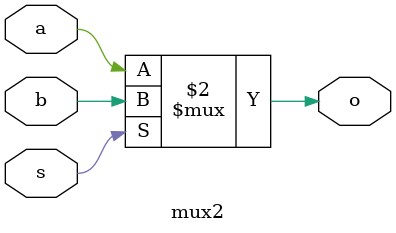
<source format=v>
`timescale 1ns / 1ps


module mux2(
    input a,
    input b,
    input s,
    output o
    );
    
    assign o = (s==1'b0) ? a : b;

endmodule

</source>
